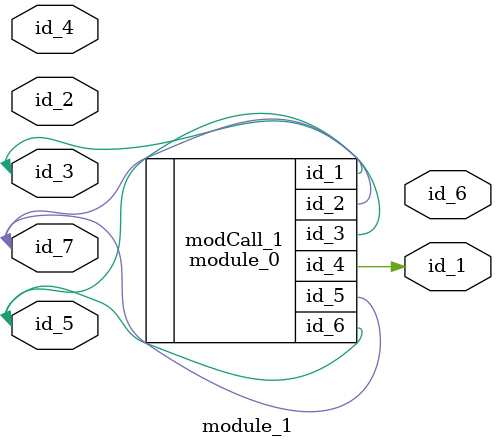
<source format=v>
module module_0 (
    id_1,
    id_2,
    id_3,
    id_4,
    id_5,
    id_6
);
  inout wire id_6;
  output wire id_5;
  output wire id_4;
  inout wire id_3;
  inout wire id_2;
  output wire id_1;
  assign id_5 = id_2;
  wire id_7;
endmodule
module module_1 (
    id_1,
    id_2,
    id_3,
    id_4,
    id_5,
    id_6,
    id_7
);
  inout wire id_7;
  output wire id_6;
  inout wire id_5;
  inout wire id_4;
  inout wire id_3;
  inout wire id_2;
  output wire id_1;
  wire id_8;
  module_0 modCall_1 (
      id_3,
      id_7,
      id_5,
      id_1,
      id_7,
      id_5
  );
endmodule

</source>
